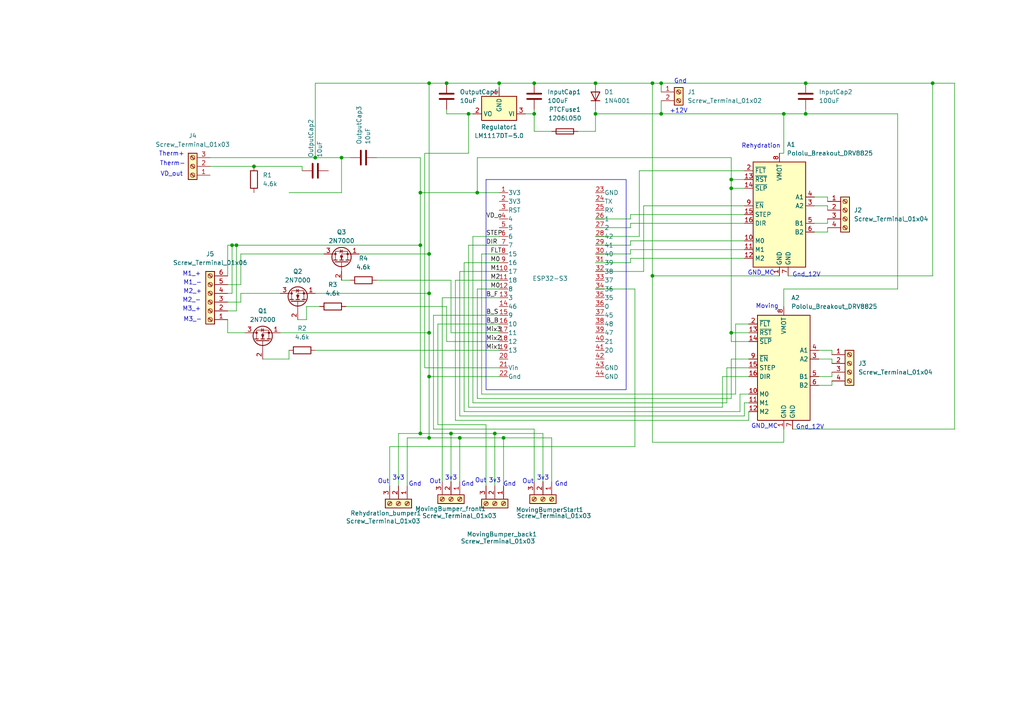
<source format=kicad_sch>
(kicad_sch (version 20250114) (generator "eeschema") (generator_version "9.0")
  (paper "A4")
  (lib_symbols
    (symbol "Connector:Screw_Terminal_01x02" (pin_names (offset 1.016) (hide yes))
      (property "Reference" "J" (at 0 2.54 0))
      (property "Value" "Screw_Terminal_01x02" (at 0 -5.08 0))
      (symbol "Screw_Terminal_01x02_1_1"
        (rectangle (start -1.27 1.27) (end 1.27 -3.81) (stroke (width 0.254)) (fill (type background)))
        (polyline (pts (xy -0.5334 0.3302) (xy 0.3302 -0.508)) (stroke (width 0.1524)))
        (polyline (pts (xy -0.5334 -2.2098) (xy 0.3302 -3.048)) (stroke (width 0.1524)))
        (polyline (pts (xy -0.3556 0.508) (xy 0.508 -0.3302)) (stroke (width 0.1524)))
        (polyline (pts (xy -0.3556 -2.032) (xy 0.508 -2.8702)) (stroke (width 0.1524)))
        (circle (center 0 0) (radius 0.635) (stroke (width 0.1524)))
        (circle (center 0 -2.54) (radius 0.635) (stroke (width 0.1524)))
        (pin passive line (at -5.08 0 0) (length 3.81) (name "Pin_1") (number "1"))
        (pin passive line (at -5.08 -2.54 0) (length 3.81) (name "Pin_2") (number "2"))
      )
    )
    (symbol "Connector:Screw_Terminal_01x03" (pin_names (offset 1.016) (hide yes))
      (property "Reference" "J" (at 0 5.08 0))
      (property "Value" "Screw_Terminal_01x03" (at 0 -5.08 0))
      (symbol "Screw_Terminal_01x03_1_1"
        (rectangle (start -1.27 3.81) (end 1.27 -3.81) (stroke (width 0.254)) (fill (type background)))
        (polyline (pts (xy -0.5334 2.8702) (xy 0.3302 2.032)) (stroke (width 0.1524)))
        (polyline (pts (xy -0.5334 0.3302) (xy 0.3302 -0.508)) (stroke (width 0.1524)))
        (polyline (pts (xy -0.5334 -2.2098) (xy 0.3302 -3.048)) (stroke (width 0.1524)))
        (polyline (pts (xy -0.3556 3.048) (xy 0.508 2.2098)) (stroke (width 0.1524)))
        (polyline (pts (xy -0.3556 0.508) (xy 0.508 -0.3302)) (stroke (width 0.1524)))
        (polyline (pts (xy -0.3556 -2.032) (xy 0.508 -2.8702)) (stroke (width 0.1524)))
        (circle (center 0 2.54) (radius 0.635) (stroke (width 0.1524)))
        (circle (center 0 0) (radius 0.635) (stroke (width 0.1524)))
        (circle (center 0 -2.54) (radius 0.635) (stroke (width 0.1524)))
        (pin passive line (at -5.08 2.54 0) (length 3.81) (name "Pin_1") (number "1"))
        (pin passive line (at -5.08 0 0) (length 3.81) (name "Pin_2") (number "2"))
        (pin passive line (at -5.08 -2.54 0) (length 3.81) (name "Pin_3") (number "3"))
      )
    )
    (symbol "Connector:Screw_Terminal_01x04" (pin_names (offset 1.016) (hide yes))
      (property "Reference" "J" (at 0 5.08 0))
      (property "Value" "Screw_Terminal_01x04" (at 0 -7.62 0))
      (symbol "Screw_Terminal_01x04_1_1"
        (rectangle (start -1.27 3.81) (end 1.27 -6.35) (stroke (width 0.254)) (fill (type background)))
        (polyline (pts (xy -0.5334 2.8702) (xy 0.3302 2.032)) (stroke (width 0.1524)))
        (polyline (pts (xy -0.5334 0.3302) (xy 0.3302 -0.508)) (stroke (width 0.1524)))
        (polyline (pts (xy -0.5334 -2.2098) (xy 0.3302 -3.048)) (stroke (width 0.1524)))
        (polyline (pts (xy -0.5334 -4.7498) (xy 0.3302 -5.588)) (stroke (width 0.1524)))
        (polyline (pts (xy -0.3556 3.048) (xy 0.508 2.2098)) (stroke (width 0.1524)))
        (polyline (pts (xy -0.3556 0.508) (xy 0.508 -0.3302)) (stroke (width 0.1524)))
        (polyline (pts (xy -0.3556 -2.032) (xy 0.508 -2.8702)) (stroke (width 0.1524)))
        (polyline (pts (xy -0.3556 -4.572) (xy 0.508 -5.4102)) (stroke (width 0.1524)))
        (circle (center 0 2.54) (radius 0.635) (stroke (width 0.1524)))
        (circle (center 0 0) (radius 0.635) (stroke (width 0.1524)))
        (circle (center 0 -2.54) (radius 0.635) (stroke (width 0.1524)))
        (circle (center 0 -5.08) (radius 0.635) (stroke (width 0.1524)))
        (pin passive line (at -5.08 2.54 0) (length 3.81) (name "Pin_1") (number "1"))
        (pin passive line (at -5.08 0 0) (length 3.81) (name "Pin_2") (number "2"))
        (pin passive line (at -5.08 -2.54 0) (length 3.81) (name "Pin_3") (number "3"))
        (pin passive line (at -5.08 -5.08 0) (length 3.81) (name "Pin_4") (number "4"))
      )
    )
    (symbol "Connector:Screw_Terminal_01x06" (pin_names (offset 1.016) (hide yes))
      (property "Reference" "J" (at 0 7.62 0))
      (property "Value" "Screw_Terminal_01x06" (at 0 -10.16 0))
      (symbol "Screw_Terminal_01x06_1_1"
        (rectangle (start -1.27 6.35) (end 1.27 -8.89) (stroke (width 0.254)) (fill (type background)))
        (polyline (pts (xy -0.5334 5.4102) (xy 0.3302 4.572)) (stroke (width 0.1524)))
        (polyline (pts (xy -0.5334 2.8702) (xy 0.3302 2.032)) (stroke (width 0.1524)))
        (polyline (pts (xy -0.5334 0.3302) (xy 0.3302 -0.508)) (stroke (width 0.1524)))
        (polyline (pts (xy -0.5334 -2.2098) (xy 0.3302 -3.048)) (stroke (width 0.1524)))
        (polyline (pts (xy -0.5334 -4.7498) (xy 0.3302 -5.588)) (stroke (width 0.1524)))
        (polyline (pts (xy -0.5334 -7.2898) (xy 0.3302 -8.128)) (stroke (width 0.1524)))
        (polyline (pts (xy -0.3556 5.588) (xy 0.508 4.7498)) (stroke (width 0.1524)))
        (polyline (pts (xy -0.3556 3.048) (xy 0.508 2.2098)) (stroke (width 0.1524)))
        (polyline (pts (xy -0.3556 0.508) (xy 0.508 -0.3302)) (stroke (width 0.1524)))
        (polyline (pts (xy -0.3556 -2.032) (xy 0.508 -2.8702)) (stroke (width 0.1524)))
        (polyline (pts (xy -0.3556 -4.572) (xy 0.508 -5.4102)) (stroke (width 0.1524)))
        (polyline (pts (xy -0.3556 -7.112) (xy 0.508 -7.9502)) (stroke (width 0.1524)))
        (circle (center 0 5.08) (radius 0.635) (stroke (width 0.1524)))
        (circle (center 0 2.54) (radius 0.635) (stroke (width 0.1524)))
        (circle (center 0 0) (radius 0.635) (stroke (width 0.1524)))
        (circle (center 0 -2.54) (radius 0.635) (stroke (width 0.1524)))
        (circle (center 0 -5.08) (radius 0.635) (stroke (width 0.1524)))
        (circle (center 0 -7.62) (radius 0.635) (stroke (width 0.1524)))
        (pin passive line (at -5.08 5.08 0) (length 3.81) (name "Pin_1") (number "1"))
        (pin passive line (at -5.08 2.54 0) (length 3.81) (name "Pin_2") (number "2"))
        (pin passive line (at -5.08 0 0) (length 3.81) (name "Pin_3") (number "3"))
        (pin passive line (at -5.08 -2.54 0) (length 3.81) (name "Pin_4") (number "4"))
        (pin passive line (at -5.08 -5.08 0) (length 3.81) (name "Pin_5") (number "5"))
        (pin passive line (at -5.08 -7.62 0) (length 3.81) (name "Pin_6") (number "6"))
      )
    )
    (symbol "Device:C" (pin_numbers (hide yes)) (pin_names (offset 0.254))
      (property "Reference" "C" (at 0.635 2.54 0))
      (property "Value" "C" (at 0.635 -2.54 0))
      (symbol "C_0_1"
        (polyline (pts (xy -2.032 0.762) (xy 2.032 0.762)) (stroke (width 0.508)))
        (polyline (pts (xy -2.032 -0.762) (xy 2.032 -0.762)) (stroke (width 0.508)))
      )
      (symbol "C_1_1"
        (pin passive line (at 0 3.81 270) (length 2.794) (name "~") (number "1"))
        (pin passive line (at 0 -3.81 90) (length 2.794) (name "~") (number "2"))
      )
    )
    (symbol "Device:Fuse" (pin_numbers (hide yes)) (pin_names (offset 0))
      (property "Reference" "F" (at 2.032 0 90))
      (property "Value" "Fuse" (at -1.905 0 90))
      (symbol "Fuse_0_1"
        (rectangle (start -0.762 -2.54) (end 0.762 2.54) (stroke (width 0.254)))
        (polyline (pts (xy 0 2.54) (xy 0 -2.54)))
      )
      (symbol "Fuse_1_1"
        (pin passive line (at 0 3.81 270) (length 1.27) (name "~") (number "1"))
        (pin passive line (at 0 -3.81 90) (length 1.27) (name "~") (number "2"))
      )
    )
    (symbol "Device:R" (pin_numbers (hide yes)) (pin_names (offset 0))
      (property "Reference" "R" (at 2.032 0 90))
      (property "Value" "R" (at 0 0 90))
      (symbol "R_0_1"
        (rectangle (start -1.016 -2.54) (end 1.016 2.54) (stroke (width 0.254)))
      )
      (symbol "R_1_1"
        (pin passive line (at 0 3.81 270) (length 1.27) (name "~") (number "1"))
        (pin passive line (at 0 -3.81 90) (length 1.27) (name "~") (number "2"))
      )
    )
    (symbol "Diode:1N4001" (pin_numbers (hide yes)) (pin_names (hide yes))
      (property "Reference" "D" (at 0 2.54 0))
      (property "Value" "1N4001" (at 0 -2.54 0))
      (symbol "1N4001_0_1"
        (polyline (pts (xy -1.27 1.27) (xy -1.27 -1.27)) (stroke (width 0.254)))
        (polyline (pts (xy 1.27 1.27) (xy 1.27 -1.27) (xy -1.27 0) (xy 1.27 1.27)) (stroke (width 0.254)))
        (polyline (pts (xy 1.27 0) (xy -1.27 0)))
      )
      (symbol "1N4001_1_1"
        (pin passive line (at -3.81 0 0) (length 2.54) (name "K") (number "1"))
        (pin passive line (at 3.81 0 180) (length 2.54) (name "A") (number "2"))
      )
    )
    (symbol "Driver_Motor:Pololu_Breakout_DRV8825"
      (property "Reference" "A" (at -2.54 16.51 0))
      (property "Value" "Pololu_Breakout_DRV8825" (at -2.54 13.97 0))
      (symbol "Pololu_Breakout_DRV8825_0_1"
        (rectangle (start 7.62 -17.78) (end -7.62 12.7) (stroke (width 0.254)) (fill (type background)))
      )
      (symbol "Pololu_Breakout_DRV8825_1_1"
        (pin output line (at -10.16 10.16 0) (length 2.54) (name "~{FLT}") (number "2"))
        (pin input line (at -10.16 7.62 0) (length 2.54) (name "~{RST}") (number "13"))
        (pin input line (at -10.16 5.08 0) (length 2.54) (name "~{SLP}") (number "14"))
        (pin input line (at -10.16 0 0) (length 2.54) (name "~{EN}") (number "9"))
        (pin input line (at -10.16 -2.54 0) (length 2.54) (name "STEP") (number "15"))
        (pin input line (at -10.16 -5.08 0) (length 2.54) (name "DIR") (number "16"))
        (pin input line (at -10.16 -10.16 0) (length 2.54) (name "M0") (number "10"))
        (pin input line (at -10.16 -12.7 0) (length 2.54) (name "M1") (number "11"))
        (pin input line (at -10.16 -15.24 0) (length 2.54) (name "M2") (number "12"))
        (pin power_in line (at 0 15.24 270) (length 2.54) (name "VMOT") (number "8"))
        (pin power_in line (at 0 -20.32 90) (length 2.54) (name "GND") (number "1"))
        (pin power_in line (at 2.54 -20.32 90) (length 2.54) (name "GND") (number "7"))
        (pin output line (at 10.16 2.54 180) (length 2.54) (name "A1") (number "4"))
        (pin output line (at 10.16 0 180) (length 2.54) (name "A2") (number "3"))
        (pin output line (at 10.16 -5.08 180) (length 2.54) (name "B1") (number "5"))
        (pin output line (at 10.16 -7.62 180) (length 2.54) (name "B2") (number "6"))
      )
    )
    (symbol "Regulator_Linear:LM1117DT-5.0"
      (property "Reference" "U" (at -3.81 3.175 0))
      (property "Value" "LM1117DT-5.0" (at 0 3.175 0))
      (symbol "LM1117DT-5.0_0_1"
        (rectangle (start -5.08 -5.08) (end 5.08 1.905) (stroke (width 0.254)) (fill (type background)))
      )
      (symbol "LM1117DT-5.0_1_1"
        (pin power_in line (at -7.62 0 0) (length 2.54) (name "VI") (number "3"))
        (pin power_in line (at 0 -7.62 90) (length 2.54) (name "GND") (number "1"))
        (pin power_out line (at 7.62 0 180) (length 2.54) (name "VO") (number "2"))
      )
    )
    (symbol "Transistor_FET:2N7000" (pin_names (hide yes))
      (property "Reference" "Q" (at 5.08 1.905 0))
      (property "Value" "2N7000" (at 5.08 0 0))
      (symbol "2N7000_0_1"
        (polyline (pts (xy 0.254 1.905) (xy 0.254 -1.905)) (stroke (width 0.254)))
        (polyline (pts (xy 0.254 0) (xy -2.54 0)))
        (polyline (pts (xy 0.762 2.286) (xy 0.762 1.27)) (stroke (width 0.254)))
        (polyline (pts (xy 0.762 0.508) (xy 0.762 -0.508)) (stroke (width 0.254)))
        (polyline (pts (xy 0.762 -1.27) (xy 0.762 -2.286)) (stroke (width 0.254)))
        (polyline (pts (xy 0.762 -1.778) (xy 3.302 -1.778) (xy 3.302 1.778) (xy 0.762 1.778)))
        (polyline (pts (xy 1.016 0) (xy 2.032 0.381) (xy 2.032 -0.381) (xy 1.016 0)) (fill (type outline)))
        (circle (center 1.651 0) (radius 2.794) (stroke (width 0.254)))
        (polyline (pts (xy 2.54 2.54) (xy 2.54 1.778)))
        (circle (center 2.54 1.778) (radius 0.254) (fill (type outline)))
        (circle (center 2.54 -1.778) (radius 0.254) (fill (type outline)))
        (polyline (pts (xy 2.54 -2.54) (xy 2.54 0) (xy 0.762 0)))
        (polyline (pts (xy 2.794 0.508) (xy 2.921 0.381) (xy 3.683 0.381) (xy 3.81 0.254)))
        (polyline (pts (xy 3.302 0.381) (xy 2.921 -0.254) (xy 3.683 -0.254) (xy 3.302 0.381)))
      )
      (symbol "2N7000_1_1"
        (pin input line (at -5.08 0 0) (length 2.54) (name "G") (number "2"))
        (pin passive line (at 2.54 5.08 270) (length 2.54) (name "D") (number "3"))
        (pin passive line (at 2.54 -5.08 90) (length 2.54) (name "S") (number "1"))
      )
    )
    (symbol "symbol_libraru:ESP32-S3_DevKitC_dual_header" (pin_names (offset 0.0645))
      (property "Reference" "U" (at 0 0 0))
      (symbol "ESP32-S3_DevKitC_dual_header_1_0"
        (pin bidirectional line (at 0 -5.08 0) (length 2.54) (name "RST") (number "3"))
        (pin bidirectional line (at 0 -7.62 0) (length 2.54) (name "4") (number "4"))
        (pin bidirectional line (at 0 -10.16 0) (length 2.54) (name "5") (number "5"))
        (pin bidirectional line (at 0 -12.7 0) (length 2.54) (name "6") (number "6"))
        (pin bidirectional line (at 0 -15.24 0) (length 2.54) (name "7") (number "7"))
        (pin bidirectional line (at 0 -17.78 0) (length 2.54) (name "15") (number "8"))
        (pin bidirectional line (at 0 -20.32 0) (length 2.54) (name "16") (number "9"))
        (pin bidirectional line (at 0 -22.86 0) (length 2.54) (name "17") (number "10"))
        (pin bidirectional line (at 0 -25.4 0) (length 2.54) (name "18") (number "11"))
        (pin bidirectional line (at 0 -27.94 0) (length 2.54) (name "8") (number "12"))
        (pin bidirectional line (at 0 -30.48 0) (length 2.54) (name "3") (number "13"))
        (pin bidirectional line (at 0 -33.02 0) (length 2.54) (name "46") (number "14"))
        (pin bidirectional line (at 0 -35.56 0) (length 2.54) (name "9") (number "15"))
        (pin bidirectional line (at 0 -38.1 0) (length 2.54) (name "10") (number "16"))
        (pin bidirectional line (at 0 -40.64 0) (length 2.54) (name "11") (number "17"))
        (pin bidirectional line (at 0 -43.18 0) (length 2.54) (name "12") (number "18"))
        (pin bidirectional line (at 0 -45.72 0) (length 2.54) (name "13") (number "19"))
        (pin bidirectional line (at 0 -48.26 0) (length 2.54) (name "") (number "20"))
        (pin bidirectional line (at 0 -50.8 0) (length 2.54) (name "Vin") (number "21"))
        (pin bidirectional line (at 0 -53.34 0) (length 2.54) (name "Gnd") (number "22"))
        (pin bidirectional line (at 27.94 0 0) (length 2.54) (name "GND") (number "23"))
        (pin bidirectional line (at 27.94 -2.54 0) (length 2.54) (name "TX") (number "24"))
        (pin bidirectional line (at 27.94 -5.08 0) (length 2.54) (name "RX") (number "25"))
        (pin bidirectional line (at 27.94 -7.62 0) (length 2.54) (name "1") (number "26"))
        (pin bidirectional line (at 27.94 -10.16 0) (length 2.54) (name "2") (number "27"))
        (pin bidirectional line (at 27.94 -12.7 0) (length 2.54) (name "42") (number "28"))
        (pin bidirectional line (at 27.94 -15.24 0) (length 2.54) (name "41") (number "29"))
        (pin bidirectional line (at 27.94 -17.78 0) (length 2.54) (name "40") (number "30"))
        (pin bidirectional line (at 27.94 -20.32 0) (length 2.54) (name "39") (number "31"))
        (pin bidirectional line (at 27.94 -22.86 0) (length 2.54) (name "38") (number "32"))
        (pin bidirectional line (at 27.94 -25.4 0) (length 2.54) (name "37") (number "33"))
        (pin bidirectional line (at 27.94 -27.94 0) (length 2.54) (name "36") (number "34"))
        (pin bidirectional line (at 27.94 -30.48 0) (length 2.54) (name "35") (number "35"))
        (pin bidirectional line (at 27.94 -33.02 0) (length 2.54) (name "0") (number "36"))
        (pin bidirectional line (at 27.94 -35.56 0) (length 2.54) (name "45") (number "37"))
        (pin bidirectional line (at 27.94 -38.1 0) (length 2.54) (name "48") (number "38"))
        (pin bidirectional line (at 27.94 -40.64 0) (length 2.54) (name "47") (number "39"))
        (pin bidirectional line (at 27.94 -43.18 0) (length 2.54) (name "21") (number "40"))
        (pin bidirectional line (at 27.94 -45.72 0) (length 2.54) (name "20") (number "41"))
        (pin bidirectional line (at 27.94 -48.26 0) (length 2.54) (name "") (number "42"))
        (pin bidirectional line (at 27.94 -50.8 0) (length 2.54) (name "GND") (number "43"))
        (pin bidirectional line (at 27.94 -53.34 0) (length 2.54) (name "GND") (number "44"))
      )
      (symbol "ESP32-S3_DevKitC_dual_header_1_1"
        (pin bidirectional line (at 0 0 0) (length 2.54) (name "3V3") (number "1"))
        (pin bidirectional line (at 0 -2.54 0) (length 2.54) (name "3V3") (number "2"))
      )
    )
  )
  (rectangle (start 140.97 52.07) (end 140.97 52.07))
  (rectangle (start 140.97 52.07) (end 181.61 113.03))
  (text "Out" (at 139.446 139.446 0) (effects (font (size 1.27 1.27))))
  (text "3v3" (at 115.57 138.684 0) (effects (font (size 1.27 1.27))))
  (text "M2_-" (at 55.626 87.122 0) (effects (font (size 1.27 1.27))))
  (text "Gnd_12V" (at 233.934 79.756 0) (effects (font (size 1.27 1.27))))
  (text "Gnd" (at 147.828 140.462 0) (effects (font (size 1.27 1.27))))
  (text "Gnd" (at 120.396 140.462 0) (effects (font (size 1.27 1.27))))
  (text "Therm-" (at 50.038 47.498 0) (effects (font (size 1.27 1.27))))
  (text "Out" (at 111.252 139.7 0) (effects (font (size 1.27 1.27))))
  (text "+12V" (at 196.85 32.258 0) (effects (font (size 1.27 1.27))))
  (text "GND_MC" (at 221.742 123.698 0) (effects (font (size 1.27 1.27))))
  (text "M1_+" (at 55.626 79.502 0) (effects (font (size 1.27 1.27))))
  (text "GND_MC" (at 220.726 79.248 0) (effects (font (size 1.27 1.27))))
  (text "Rehydration\n" (at 220.726 42.418 0) (effects (font (size 1.27 1.27))))
  (text "3v3" (at 157.48 138.684 0) (effects (font (size 1.27 1.27))))
  (text "Out" (at 153.162 139.7 0) (effects (font (size 1.27 1.27))))
  (text "Gnd" (at 197.358 23.622 0) (effects (font (size 1.27 1.27))))
  (text "Moving\n" (at 222.504 88.9 0) (effects (font (size 1.27 1.27))))
  (text "M2_+" (at 55.88 84.582 0) (effects (font (size 1.27 1.27))))
  (text "M1_-" (at 55.88 82.042 0) (effects (font (size 1.27 1.27))))
  (text "Out" (at 126.238 139.7 0) (effects (font (size 1.27 1.27))))
  (text "M3_-" (at 55.88 92.71 0) (effects (font (size 1.27 1.27))))
  (text "3v3" (at 143.51 139.446 0) (effects (font (size 1.27 1.27))))
  (text "M3_+" (at 55.626 89.662 0) (effects (font (size 1.27 1.27))))
  (text "Gnd" (at 162.814 140.462 0) (effects (font (size 1.27 1.27))))
  (text "Therm+" (at 49.784 44.704 0) (effects (font (size 1.27 1.27))))
  (text "Gnd" (at 135.636 140.462 0) (effects (font (size 1.27 1.27))))
  (text "Gnd_12V" (at 234.95 123.952 0) (effects (font (size 1.27 1.27))))
  (text "VD_out" (at 49.784 50.546 0) (effects (font (size 1.27 1.27))))
  (text "3v3" (at 130.81 138.684 0) (effects (font (size 1.27 1.27))))
  (junction (at 146.05 127))
  (junction (at 129.54 24.13))
  (junction (at 124.46 85.09))
  (junction (at 133.35 127))
  (junction (at 124.46 127))
  (junction (at 172.72 24.13))
  (junction (at 124.46 24.13))
  (junction (at 154.94 33.02))
  (junction (at 154.94 24.13))
  (junction (at 189.23 24.13))
  (junction (at 73.66 48.26))
  (junction (at 124.46 109.22))
  (junction (at 233.68 24.13))
  (junction (at 212.09 52.07))
  (junction (at 191.77 33.02))
  (junction (at 233.68 33.02))
  (junction (at 99.06 45.72))
  (junction (at 68.58 71.12))
  (junction (at 91.44 45.72))
  (junction (at 130.81 125.73))
  (junction (at 172.72 33.02))
  (junction (at 191.77 24.13))
  (junction (at 143.51 125.73))
  (junction (at 121.92 71.12))
  (junction (at 270.51 24.13))
  (junction (at 121.92 125.73))
  (junction (at 121.92 55.88))
  (junction (at 124.46 73.66))
  (junction (at 189.23 80.01))
  (junction (at 135.89 33.02))
  (junction (at 67.31 71.12))
  (junction (at 212.09 96.52))
  (junction (at 212.09 54.61))
  (junction (at 227.33 33.02))
  (junction (at 144.78 24.13))
  (junction (at 138.43 55.88))
  (junction (at 124.46 96.52))
  (wire (pts (xy 172.72 66.04) (xy 182.88 66.04)))
  (wire (pts (xy 115.57 140.97) (xy 115.57 125.73)))
  (wire (pts (xy 73.66 48.26) (xy 87.63 48.26)))
  (wire (pts (xy 144.78 106.68) (xy 123.19 106.68)))
  (wire (pts (xy 125.73 124.46) (xy 125.73 91.44)))
  (wire (pts (xy 217.17 104.14) (xy 212.09 104.14)))
  (wire (pts (xy 212.09 45.72) (xy 138.43 45.72)))
  (wire (pts (xy 68.58 71.12) (xy 121.92 71.12)))
  (wire (pts (xy 123.19 106.68) (xy 123.19 44.45)))
  (wire (pts (xy 129.54 24.13) (xy 144.78 24.13)))
  (wire (pts (xy 146.05 127) (xy 160.02 127)))
  (wire (pts (xy 124.46 127) (xy 124.46 109.22)))
  (wire (pts (xy 154.94 139.7) (xy 154.94 124.46)))
  (wire (pts (xy 215.9 116.84) (xy 215.9 120.65)))
  (wire (pts (xy 240.03 57.15) (xy 240.03 58.42)))
  (wire (pts (xy 209.55 109.22) (xy 209.55 118.11)))
  (wire (pts (xy 210.82 116.84) (xy 137.16 116.84)))
  (wire (pts (xy 229.87 124.46) (xy 276.86 124.46)))
  (wire (pts (xy 215.9 59.69) (xy 186.69 59.69)))
  (wire (pts (xy 270.51 24.13) (xy 270.51 80.01)))
  (wire (pts (xy 129.54 88.9) (xy 129.54 99.06)))
  (wire (pts (xy 129.54 33.02) (xy 135.89 33.02)))
  (wire (pts (xy 143.51 140.97) (xy 143.51 125.73)))
  (wire (pts (xy 184.15 83.82) (xy 184.15 129.54)))
  (wire (pts (xy 182.88 72.39) (xy 182.88 73.66)))
  (wire (pts (xy 130.81 81.28) (xy 130.81 96.52)))
  (wire (pts (xy 113.03 140.97) (xy 113.03 129.54)))
  (wire (pts (xy 172.72 24.13) (xy 189.23 24.13)))
  (wire (pts (xy 217.17 121.92) (xy 132.08 121.92)))
  (wire (pts (xy 241.3 111.76) (xy 241.3 110.49)))
  (wire (pts (xy 69.85 85.09) (xy 69.85 87.63)))
  (wire (pts (xy 139.7 73.66) (xy 139.7 114.3)))
  (wire (pts (xy 91.44 101.6) (xy 144.78 101.6)))
  (wire (pts (xy 143.51 125.73) (xy 130.81 125.73)))
  (wire (pts (xy 217.17 116.84) (xy 215.9 116.84)))
  (wire (pts (xy 83.82 104.14) (xy 83.82 101.6)))
  (wire (pts (xy 215.9 54.61) (xy 212.09 54.61)))
  (wire (pts (xy 100.33 88.9) (xy 129.54 88.9)))
  (wire (pts (xy 109.22 81.28) (xy 130.81 81.28)))
  (wire (pts (xy 227.33 33.02) (xy 191.77 33.02)))
  (wire (pts (xy 241.3 101.6) (xy 241.3 102.87)))
  (wire (pts (xy 215.9 52.07) (xy 212.09 52.07)))
  (wire (pts (xy 214.63 119.38) (xy 134.62 119.38)))
  (wire (pts (xy 182.88 64.77) (xy 182.88 66.04)))
  (wire (pts (xy 115.57 125.73) (xy 121.92 125.73)))
  (wire (pts (xy 215.9 49.53) (xy 185.42 49.53)))
  (wire (pts (xy 133.35 139.7) (xy 133.35 127)))
  (wire (pts (xy 135.89 118.11) (xy 135.89 71.12)))
  (wire (pts (xy 60.96 48.26) (xy 73.66 48.26)))
  (wire (pts (xy 241.3 104.14) (xy 241.3 105.41)))
  (wire (pts (xy 81.28 96.52) (xy 124.46 96.52)))
  (wire (pts (xy 137.16 116.84) (xy 137.16 68.58)))
  (wire (pts (xy 217.17 99.06) (xy 212.09 99.06)))
  (wire (pts (xy 182.88 69.85) (xy 182.88 71.12)))
  (wire (pts (xy 185.42 49.53) (xy 185.42 68.58)))
  (wire (pts (xy 172.72 71.12) (xy 182.88 71.12)))
  (wire (pts (xy 69.85 82.55) (xy 69.85 73.66)))
  (wire (pts (xy 215.9 72.39) (xy 182.88 72.39)))
  (wire (pts (xy 132.08 81.28) (xy 144.78 81.28)))
  (wire (pts (xy 140.97 140.97) (xy 140.97 123.19)))
  (wire (pts (xy 167.64 38.1) (xy 172.72 38.1)))
  (wire (pts (xy 66.04 85.09) (xy 67.31 85.09)))
  (wire (pts (xy 236.22 67.31) (xy 240.03 67.31)))
  (wire (pts (xy 182.88 74.93) (xy 182.88 76.2)))
  (wire (pts (xy 128.27 86.36) (xy 128.27 139.7)))
  (wire (pts (xy 139.7 73.66) (xy 144.78 73.66)))
  (wire (pts (xy 154.94 24.13) (xy 172.72 24.13)))
  (wire (pts (xy 66.04 71.12) (xy 66.04 80.01)))
  (wire (pts (xy 157.48 125.73) (xy 143.51 125.73)))
  (wire (pts (xy 154.94 124.46) (xy 125.73 124.46)))
  (wire (pts (xy 127 93.98) (xy 144.78 93.98)))
  (wire (pts (xy 189.23 80.01) (xy 189.23 128.27)))
  (wire (pts (xy 121.92 55.88) (xy 121.92 71.12)))
  (wire (pts (xy 130.81 139.7) (xy 130.81 125.73)))
  (wire (pts (xy 129.54 31.75) (xy 129.54 33.02)))
  (wire (pts (xy 124.46 85.09) (xy 124.46 96.52)))
  (wire (pts (xy 124.46 24.13) (xy 124.46 73.66)))
  (wire (pts (xy 130.81 125.73) (xy 121.92 125.73)))
  (wire (pts (xy 227.33 128.27) (xy 189.23 128.27)))
  (wire (pts (xy 123.19 44.45) (xy 135.89 44.45)))
  (wire (pts (xy 226.06 80.01) (xy 189.23 80.01)))
  (wire (pts (xy 99.06 45.72) (xy 99.06 55.88)))
  (wire (pts (xy 121.92 45.72) (xy 121.92 55.88)))
  (wire (pts (xy 212.09 96.52) (xy 212.09 99.06)))
  (wire (pts (xy 212.09 115.57) (xy 138.43 115.57)))
  (wire (pts (xy 172.72 38.1) (xy 172.72 33.02)))
  (wire (pts (xy 138.43 83.82) (xy 144.78 83.82)))
  (wire (pts (xy 88.9 88.9) (xy 88.9 92.71)))
  (wire (pts (xy 212.09 54.61) (xy 212.09 96.52)))
  (wire (pts (xy 92.71 88.9) (xy 88.9 88.9)))
  (wire (pts (xy 99.06 81.28) (xy 101.6 81.28)))
  (wire (pts (xy 66.04 90.17) (xy 68.58 90.17)))
  (wire (pts (xy 66.04 82.55) (xy 69.85 82.55)))
  (wire (pts (xy 60.96 45.72) (xy 91.44 45.72)))
  (wire (pts (xy 210.82 106.68) (xy 210.82 116.84)))
  (wire (pts (xy 146.05 140.97) (xy 146.05 127)))
  (wire (pts (xy 124.46 109.22) (xy 144.78 109.22)))
  (wire (pts (xy 172.72 33.02) (xy 191.77 33.02)))
  (wire (pts (xy 237.49 101.6) (xy 241.3 101.6)))
  (wire (pts (xy 81.28 85.09) (xy 69.85 85.09)))
  (wire (pts (xy 138.43 45.72) (xy 138.43 55.88)))
  (wire (pts (xy 66.04 71.12) (xy 67.31 71.12)))
  (wire (pts (xy 227.33 83.82) (xy 260.35 83.82)))
  (wire (pts (xy 212.09 45.72) (xy 212.09 52.07)))
  (wire (pts (xy 189.23 24.13) (xy 189.23 80.01)))
  (wire (pts (xy 66.04 92.71) (xy 66.04 96.52)))
  (wire (pts (xy 67.31 85.09) (xy 67.31 71.12)))
  (wire (pts (xy 213.36 93.98) (xy 217.17 93.98)))
  (wire (pts (xy 217.17 114.3) (xy 214.63 114.3)))
  (wire (pts (xy 132.08 81.28) (xy 132.08 121.92)))
  (wire (pts (xy 237.49 111.76) (xy 241.3 111.76)))
  (wire (pts (xy 69.85 87.63) (xy 66.04 87.63)))
  (wire (pts (xy 121.92 55.88) (xy 138.43 55.88)))
  (wire (pts (xy 182.88 64.77) (xy 215.9 64.77)))
  (wire (pts (xy 137.16 68.58) (xy 144.78 68.58)))
  (wire (pts (xy 182.88 62.23) (xy 182.88 63.5)))
  (wire (pts (xy 127 123.19) (xy 140.97 123.19)))
  (wire (pts (xy 172.72 68.58) (xy 185.42 68.58)))
  (wire (pts (xy 99.06 45.72) (xy 101.6 45.72)))
  (wire (pts (xy 227.33 33.02) (xy 227.33 44.45)))
  (wire (pts (xy 144.78 25.4) (xy 144.78 24.13)))
  (wire (pts (xy 68.58 71.12) (xy 68.58 90.17)))
  (wire (pts (xy 189.23 24.13) (xy 191.77 24.13)))
  (wire (pts (xy 128.27 86.36) (xy 144.78 86.36)))
  (wire (pts (xy 118.11 127) (xy 124.46 127)))
  (wire (pts (xy 87.63 48.26) (xy 87.63 49.53)))
  (wire (pts (xy 276.86 124.46) (xy 276.86 24.13)))
  (wire (pts (xy 172.72 31.75) (xy 172.72 33.02)))
  (wire (pts (xy 88.9 92.71) (xy 86.36 92.71)))
  (wire (pts (xy 270.51 24.13) (xy 276.86 24.13)))
  (wire (pts (xy 214.63 114.3) (xy 214.63 119.38)))
  (wire (pts (xy 172.72 73.66) (xy 182.88 73.66)))
  (wire (pts (xy 227.33 88.9) (xy 227.33 83.82)))
  (wire (pts (xy 133.35 78.74) (xy 144.78 78.74)))
  (wire (pts (xy 191.77 33.02) (xy 191.77 29.21)))
  (wire (pts (xy 260.35 83.82) (xy 260.35 33.02)))
  (wire (pts (xy 215.9 69.85) (xy 182.88 69.85)))
  (wire (pts (xy 135.89 118.11) (xy 209.55 118.11)))
  (wire (pts (xy 124.46 96.52) (xy 124.46 109.22)))
  (wire (pts (xy 139.7 114.3) (xy 213.36 114.3)))
  (wire (pts (xy 215.9 120.65) (xy 133.35 120.65)))
  (wire (pts (xy 213.36 114.3) (xy 213.36 93.98)))
  (wire (pts (xy 186.69 59.69) (xy 186.69 78.74)))
  (wire (pts (xy 154.94 31.75) (xy 154.94 33.02)))
  (wire (pts (xy 127 123.19) (xy 127 93.98)))
  (wire (pts (xy 217.17 109.22) (xy 209.55 109.22)))
  (wire (pts (xy 215.9 62.23) (xy 182.88 62.23)))
  (wire (pts (xy 91.44 24.13) (xy 91.44 45.72)))
  (wire (pts (xy 191.77 24.13) (xy 191.77 26.67)))
  (wire (pts (xy 91.44 24.13) (xy 124.46 24.13)))
  (wire (pts (xy 67.31 71.12) (xy 68.58 71.12)))
  (wire (pts (xy 135.89 33.02) (xy 137.16 33.02)))
  (wire (pts (xy 240.03 64.77) (xy 240.03 63.5)))
  (wire (pts (xy 236.22 59.69) (xy 240.03 59.69)))
  (wire (pts (xy 121.92 71.12) (xy 121.92 125.73)))
  (wire (pts (xy 212.09 52.07) (xy 212.09 54.61)))
  (wire (pts (xy 133.35 127) (xy 146.05 127)))
  (wire (pts (xy 104.14 73.66) (xy 124.46 73.66)))
  (wire (pts (xy 76.2 104.14) (xy 83.82 104.14)))
  (wire (pts (xy 172.72 63.5) (xy 182.88 63.5)))
  (wire (pts (xy 240.03 59.69) (xy 240.03 60.96)))
  (wire (pts (xy 217.17 119.38) (xy 217.17 121.92)))
  (wire (pts (xy 129.54 99.06) (xy 144.78 99.06)))
  (wire (pts (xy 240.03 67.31) (xy 240.03 66.04)))
  (wire (pts (xy 191.77 24.13) (xy 233.68 24.13)))
  (wire (pts (xy 227.33 124.46) (xy 227.33 128.27)))
  (wire (pts (xy 172.72 78.74) (xy 186.69 78.74)))
  (wire (pts (xy 118.11 140.97) (xy 118.11 127)))
  (wire (pts (xy 134.62 76.2) (xy 144.78 76.2)))
  (wire (pts (xy 154.94 38.1) (xy 160.02 38.1)))
  (wire (pts (xy 233.68 31.75) (xy 233.68 33.02)))
  (wire (pts (xy 260.35 33.02) (xy 233.68 33.02)))
  (wire (pts (xy 135.89 33.02) (xy 135.89 44.45)))
  (wire (pts (xy 236.22 57.15) (xy 240.03 57.15)))
  (wire (pts (xy 184.15 83.82) (xy 172.72 83.82)))
  (wire (pts (xy 124.46 24.13) (xy 129.54 24.13)))
  (wire (pts (xy 236.22 64.77) (xy 240.03 64.77)))
  (wire (pts (xy 227.33 44.45) (xy 226.06 44.45)))
  (wire (pts (xy 217.17 106.68) (xy 210.82 106.68)))
  (wire (pts (xy 237.49 109.22) (xy 241.3 109.22)))
  (wire (pts (xy 135.89 71.12) (xy 144.78 71.12)))
  (wire (pts (xy 91.44 85.09) (xy 124.46 85.09)))
  (wire (pts (xy 144.78 24.13) (xy 154.94 24.13)))
  (wire (pts (xy 91.44 45.72) (xy 99.06 45.72)))
  (wire (pts (xy 233.68 24.13) (xy 270.51 24.13)))
  (wire (pts (xy 138.43 115.57) (xy 138.43 83.82)))
  (wire (pts (xy 83.82 55.88) (xy 99.06 55.88)))
  (wire (pts (xy 217.17 96.52) (xy 212.09 96.52)))
  (wire (pts (xy 154.94 38.1) (xy 154.94 33.02)))
  (wire (pts (xy 69.85 73.66) (xy 93.98 73.66)))
  (wire (pts (xy 124.46 73.66) (xy 124.46 85.09)))
  (wire (pts (xy 113.03 129.54) (xy 184.15 129.54)))
  (wire (pts (xy 172.72 76.2) (xy 182.88 76.2)))
  (wire (pts (xy 133.35 78.74) (xy 133.35 120.65)))
  (wire (pts (xy 241.3 109.22) (xy 241.3 107.95)))
  (wire (pts (xy 138.43 55.88) (xy 144.78 55.88)))
  (wire (pts (xy 71.12 96.52) (xy 66.04 96.52)))
  (wire (pts (xy 233.68 33.02) (xy 227.33 33.02)))
  (wire (pts (xy 125.73 91.44) (xy 144.78 91.44)))
  (wire (pts (xy 215.9 74.93) (xy 182.88 74.93)))
  (wire (pts (xy 160.02 139.7) (xy 160.02 127)))
  (wire (pts (xy 130.81 96.52) (xy 144.78 96.52)))
  (wire (pts (xy 134.62 76.2) (xy 134.62 119.38)))
  (wire (pts (xy 212.09 104.14) (xy 212.09 115.57)))
  (wire (pts (xy 109.22 45.72) (xy 121.92 45.72)))
  (wire (pts (xy 124.46 127) (xy 133.35 127)))
  (wire (pts (xy 228.6 80.01) (xy 270.51 80.01)))
  (wire (pts (xy 237.49 104.14) (xy 241.3 104.14)))
  (wire (pts (xy 152.4 33.02) (xy 154.94 33.02)))
  (wire (pts (xy 157.48 139.7) (xy 157.48 125.73)))
  (label "Mix2" (at 140.97 99.06 0))
  (label "B_F" (at 140.97 86.36 0))
  (label "Mix1" (at 140.97 101.6 0))
  (label "DIR" (at 140.97 71.12 0))
  (label "Mix3" (at 140.97 96.52 0))
  (label "M1" (at 142.24 78.74 0))
  (label "M0" (at 142.24 76.2 0))
  (label "VD_o" (at 140.97 63.5 0))
  (label "M0" (at 142.24 83.82 0))
  (label "B_S" (at 140.97 91.44 0))
  (label "M2" (at 142.24 81.28 0))
  (label "B_B" (at 140.97 93.98 0))
  (label "FLT" (at 142.24 73.66 0))
  (label "STEP" (at 140.97 68.58 0))
  (symbol (lib_id "Connector:Screw_Terminal_01x03") (at 130.81 144.78 270) (unit 1)
    (property "Reference" "MovingBumper_front1" (at 120.396 147.574 90) (effects (justify left)))
    (property "Value" "Screw_Terminal_01x03" (at 122.428 149.606 90) (effects (justify left)))
    (property "Footprint" "TerminalBlock:TerminalBlock_MaiXu_MX126-5.0-03P_1x03_P5.00mm" (effects (hide yes)))
    (property "Description" "Generic screw terminal, single row, 01x03, script generated (kicad-library-utils/schlib/autogen/connector/)" (effects (hide yes)))
  )
  (symbol (lib_id "Connector:Screw_Terminal_01x03") (at 115.57 146.05 270) (unit 1)
    (property "Reference" "Rehydration_bumper1" (at 101.6 148.844 90) (effects (justify left)))
    (property "Value" "Screw_Terminal_01x03" (at 100.33 151.13 90) (effects (justify left)))
    (property "Footprint" "TerminalBlock:TerminalBlock_MaiXu_MX126-5.0-03P_1x03_P5.00mm" (effects (hide yes)))
    (property "Description" "Generic screw terminal, single row, 01x03, script generated (kicad-library-utils/schlib/autogen/connector/)" (effects (hide yes)))
  )
  (symbol (lib_id "Transistor_FET:2N7000") (at 86.36 87.63 90) (unit 1)
    (property "Reference" "Q2" (at 86.36 78.74 90))
    (property "Value" "2N7000" (at 86.36 81.28 90))
    (property "Footprint" "Package_TO_SOT_THT:TO-92_Inline" (effects (hide yes)))
    (property "Datasheet" "https://www.vishay.com/docs/70226/70226.pdf" (effects (hide yes)))
    (property "Description" "0.2A Id, 200V Vds, N-Channel MOSFET, 2.6V Logic Level, TO-92" (effects (hide yes)))
  )
  (symbol (lib_id "Device:R") (at 87.63 101.6 270) (unit 1)
    (property "Reference" "R2" (at 87.63 95.25 90))
    (property "Value" "4.6k" (at 87.63 97.79 90))
    (property "Footprint" "Resistor_SMD:R_0805_2012Metric" (effects (hide yes)))
    (property "Description" "Resistor" (effects (hide yes)))
  )
  (symbol (lib_id "Connector:Screw_Terminal_01x03") (at 157.48 144.78 270) (unit 1)
    (property "Reference" "MovingBumperStart1" (at 149.606 147.828 90) (effects (justify left)))
    (property "Value" "Screw_Terminal_01x03" (at 149.86 149.606 90) (effects (justify left)))
    (property "Footprint" "TerminalBlock:TerminalBlock_MaiXu_MX126-5.0-03P_1x03_P5.00mm" (effects (hide yes)))
    (property "Description" "Generic screw terminal, single row, 01x03, script generated (kicad-library-utils/schlib/autogen/connector/)" (effects (hide yes)))
  )
  (symbol (lib_id "Regulator_Linear:LM1117DT-5.0") (at 144.78 33.02 180) (unit 1)
    (property "Reference" "Regulator1" (at 144.78 36.83 0))
    (property "Value" "LM1117DT-5.0" (at 144.78 39.37 0))
    (property "Footprint" "Package_TO_SOT_SMD:TO-252-3_TabPin2" (effects (hide yes)))
    (property "Datasheet" "http://www.ti.com/lit/ds/symlink/lm1117.pdf" (effects (hide yes)))
    (property "Description" "800mA Low-Dropout Linear Regulator, 5.0V fixed output, TO-252" (effects (hide yes)))
  )
  (symbol (lib_id "Device:R") (at 96.52 88.9 270) (unit 1)
    (property "Reference" "R3" (at 96.52 82.55 90))
    (property "Value" "4.6k" (at 96.52 85.09 90))
    (property "Footprint" "Resistor_SMD:R_0805_2012Metric" (effects (hide yes)))
    (property "Description" "Resistor" (effects (hide yes)))
  )
  (symbol (lib_id "symbol_libraru:ESP32-S3_DevKitC_dual_header") (at 144.78 55.88 0) (unit 1)
    (property "Reference" "ESP32-S3" (at 154.432 80.772 0) (effects (justify left)))
    (property "Value" "~" (at 176.53 83.82 0) (effects (justify left)))
    (property "Footprint" "my_footprints:ESP32_DevKitC_Header_Mount" (effects (hide yes)))
  )
  (symbol (lib_id "Device:Fuse") (at 163.83 38.1 270) (unit 1)
    (property "Reference" "PTCFuse1" (at 163.83 31.75 90))
    (property "Value" "1206L050" (at 163.83 34.29 90))
    (property "Footprint" "Resistor_SMD:R_1206_3216Metric" (effects (hide yes)))
    (property "Description" "Fuse" (effects (hide yes)))
  )
  (symbol (lib_id "Driver_Motor:Pololu_Breakout_DRV8825") (at 227.33 104.14 0) (unit 1)
    (property "Reference" "A2" (at 229.4733 86.36 0) (effects (justify left)))
    (property "Value" "Pololu_Breakout_DRV8825" (at 229.4733 88.9 0) (effects (justify left)))
    (property "Footprint" "Module:Pololu_Breakout-16_15.2x20.3mm" (effects (hide yes)))
    (property "Datasheet" "https://www.pololu.com/product/2982" (effects (hide yes)))
    (property "Description" "Pololu Breakout Board, Stepper Driver DRV8825" (effects (hide yes)))
  )
  (symbol (lib_id "Device:C") (at 129.54 27.94 0) (unit 1)
    (property "Reference" "OutputCap1" (at 133.35 26.6699 0) (effects (justify left)))
    (property "Value" "10uF" (at 133.35 29.2099 0) (effects (justify left)))
    (property "Footprint" "Capacitor_SMD:C_0805_2012Metric" (effects (hide yes)))
    (property "Description" "Unpolarized capacitor" (effects (hide yes)))
  )
  (symbol (lib_id "Connector:Screw_Terminal_01x04") (at 246.38 105.41 0) (unit 1)
    (property "Reference" "J3" (at 248.92 105.4099 0) (effects (justify left)))
    (property "Value" "Screw_Terminal_01x04" (at 248.92 107.9499 0) (effects (justify left)))
    (property "Footprint" "TerminalBlock:TerminalBlock_MaiXu_MX126-5.0-04P_1x04_P5.00mm" (effects (hide yes)))
    (property "Description" "Generic screw terminal, single row, 01x04, script generated (kicad-library-utils/schlib/autogen/connector/)" (effects (hide yes)))
  )
  (symbol (lib_id "Device:R") (at 73.66 52.07 180) (unit 1)
    (property "Reference" "R1" (at 76.2 50.7999 0) (effects (justify right)))
    (property "Value" "4.6k" (at 76.2 53.3399 0) (effects (justify right)))
    (property "Footprint" "Resistor_SMD:R_0805_2012Metric" (effects (hide yes)))
    (property "Description" "Resistor" (effects (hide yes)))
  )
  (symbol (lib_id "Driver_Motor:Pololu_Breakout_DRV8825") (at 226.06 59.69 0) (unit 1)
    (property "Reference" "A1" (at 228.2033 41.91 0) (effects (justify left)))
    (property "Value" "Pololu_Breakout_DRV8825" (at 228.2033 44.45 0) (effects (justify left)))
    (property "Footprint" "Module:Pololu_Breakout-16_15.2x20.3mm" (effects (hide yes)))
    (property "Datasheet" "https://www.pololu.com/product/2982" (effects (hide yes)))
    (property "Description" "Pololu Breakout Board, Stepper Driver DRV8825" (effects (hide yes)))
  )
  (symbol (lib_id "Transistor_FET:2N7000") (at 99.06 76.2 90) (unit 1)
    (property "Reference" "Q3" (at 99.06 67.31 90))
    (property "Value" "2N7000" (at 99.06 69.85 90))
    (property "Footprint" "Package_TO_SOT_THT:TO-92_Inline" (effects (hide yes)))
    (property "Datasheet" "https://www.vishay.com/docs/70226/70226.pdf" (effects (hide yes)))
    (property "Description" "0.2A Id, 200V Vds, N-Channel MOSFET, 2.6V Logic Level, TO-92" (effects (hide yes)))
  )
  (symbol (lib_id "Connector:Screw_Terminal_01x04") (at 245.11 60.96 0) (unit 1)
    (property "Reference" "J2" (at 247.65 60.9599 0) (effects (justify left)))
    (property "Value" "Screw_Terminal_01x04" (at 247.65 63.4999 0) (effects (justify left)))
    (property "Footprint" "TerminalBlock:TerminalBlock_MaiXu_MX126-5.0-04P_1x04_P5.00mm" (effects (hide yes)))
    (property "Description" "Generic screw terminal, single row, 01x04, script generated (kicad-library-utils/schlib/autogen/connector/)" (effects (hide yes)))
  )
  (symbol (lib_id "Device:C") (at 154.94 27.94 0) (unit 1)
    (property "Reference" "InputCap1" (at 158.75 26.6699 0) (effects (justify left)))
    (property "Value" "100uF" (at 158.75 29.2099 0) (effects (justify left)))
    (property "Footprint" "Capacitor_SMD:C_0805_2012Metric" (effects (hide yes)))
    (property "Description" "Unpolarized capacitor" (effects (hide yes)))
  )
  (symbol (lib_id "Transistor_FET:2N7000") (at 76.2 99.06 90) (unit 1)
    (property "Reference" "Q1" (at 76.2 90.17 90))
    (property "Value" "2N7000" (at 76.2 92.71 90))
    (property "Footprint" "Package_TO_SOT_THT:TO-92_Inline" (effects (hide yes)))
    (property "Datasheet" "https://www.vishay.com/docs/70226/70226.pdf" (effects (hide yes)))
    (property "Description" "0.2A Id, 200V Vds, N-Channel MOSFET, 2.6V Logic Level, TO-92" (effects (hide yes)))
  )
  (symbol (lib_id "Connector:Screw_Terminal_01x06") (at 60.96 87.63 180) (unit 1)
    (property "Reference" "J5" (at 60.96 73.66 0))
    (property "Value" "Screw_Terminal_01x06" (at 60.96 76.2 0))
    (property "Footprint" "TerminalBlock:TerminalBlock_MaiXu_MX126-5.0-06P_1x06_P5.00mm" (effects (hide yes)))
    (property "Description" "Generic screw terminal, single row, 01x06, script generated (kicad-library-utils/schlib/autogen/connector/)" (effects (hide yes)))
  )
  (symbol (lib_id "Connector:Screw_Terminal_01x03") (at 143.51 146.05 270) (unit 1)
    (property "Reference" "MovingBumper_back1" (at 135.382 154.94 90) (effects (justify left)))
    (property "Value" "Screw_Terminal_01x03" (at 133.604 156.972 90) (effects (justify left)))
    (property "Footprint" "TerminalBlock:TerminalBlock_MaiXu_MX126-5.0-03P_1x03_P5.00mm" (effects (hide yes)))
    (property "Description" "Generic screw terminal, single row, 01x03, script generated (kicad-library-utils/schlib/autogen/connector/)" (effects (hide yes)))
  )
  (symbol (lib_id "Connector:Screw_Terminal_01x02") (at 196.85 26.67 0) (unit 1)
    (property "Reference" "J1" (at 199.39 26.6699 0) (effects (justify left)))
    (property "Value" "Screw_Terminal_01x02" (at 199.39 29.2099 0) (effects (justify left)))
    (property "Footprint" "TerminalBlock:TerminalBlock_MaiXu_MX126-5.0-02P_1x02_P5.00mm" (effects (hide yes)))
    (property "Description" "Generic screw terminal, single row, 01x02, script generated (kicad-library-utils/schlib/autogen/connector/)" (effects (hide yes)))
  )
  (symbol (lib_id "Device:R") (at 105.41 81.28 270) (unit 1)
    (property "Reference" "R4" (at 105.41 74.93 90))
    (property "Value" "4.6k" (at 105.41 77.47 90))
    (property "Footprint" "Resistor_SMD:R_0805_2012Metric" (effects (hide yes)))
    (property "Description" "Resistor" (effects (hide yes)))
  )
  (symbol (lib_id "Device:C") (at 233.68 27.94 0) (unit 1)
    (property "Reference" "InputCap2" (at 237.49 26.6699 0) (effects (justify left)))
    (property "Value" "100uF" (at 237.49 29.2099 0) (effects (justify left)))
    (property "Footprint" "Capacitor_SMD:C_0805_2012Metric" (effects (hide yes)))
    (property "Description" "Unpolarized capacitor" (effects (hide yes)))
  )
  (symbol (lib_id "Device:C") (at 91.44 49.53 90) (unit 1)
    (property "Reference" "OutputCap2" (at 90.1699 45.72 0) (effects (justify left)))
    (property "Value" "10uF" (at 92.7099 45.72 0) (effects (justify left)))
    (property "Footprint" "Capacitor_SMD:C_0805_2012Metric" (effects (hide yes)))
    (property "Description" "Unpolarized capacitor" (effects (hide yes)))
  )
  (symbol (lib_id "Diode:1N4001") (at 172.72 27.94 90) (unit 1)
    (property "Reference" "D1" (at 175.26 26.6699 90) (effects (justify right)))
    (property "Value" "1N4001" (at 175.26 29.2099 90) (effects (justify right)))
    (property "Footprint" "Diode_THT:D_DO-41_SOD81_P10.16mm_Horizontal" (effects (hide yes)))
    (property "Datasheet" "http://www.vishay.com/docs/88503/1n4001.pdf" (effects (hide yes)))
    (property "Description" "50V 1A General Purpose Rectifier Diode, DO-41" (effects (hide yes)))
    (property "Sim.Device" "D" (effects (hide yes)))
    (property "Sim.Pins" "1=K 2=A" (effects (hide yes)))
  )
  (symbol (lib_id "Connector:Screw_Terminal_01x03") (at 55.88 48.26 180) (unit 1)
    (property "Reference" "J4" (at 55.88 39.37 0))
    (property "Value" "Screw_Terminal_01x03" (at 55.88 41.91 0))
    (property "Footprint" "TerminalBlock:TerminalBlock_MaiXu_MX126-5.0-03P_1x03_P5.00mm" (effects (hide yes)))
    (property "Description" "Generic screw terminal, single row, 01x03, script generated (kicad-library-utils/schlib/autogen/connector/)" (effects (hide yes)))
  )
  (symbol (lib_id "Device:C") (at 105.41 45.72 90) (unit 1)
    (property "Reference" "OutputCap3" (at 104.1399 41.91 0) (effects (justify left)))
    (property "Value" "10uF" (at 106.6799 41.91 0) (effects (justify left)))
    (property "Footprint" "Capacitor_SMD:C_0805_2012Metric" (effects (hide yes)))
    (property "Description" "Unpolarized capacitor" (effects (hide yes)))
  )
)
</source>
